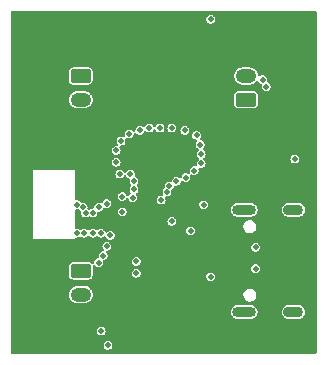
<source format=gbr>
%TF.GenerationSoftware,KiCad,Pcbnew,(6.0.4)*%
%TF.CreationDate,2023-01-28T19:19:13+00:00*%
%TF.ProjectId,PrettySmallRobot,50726574-7479-4536-9d61-6c6c526f626f,rev?*%
%TF.SameCoordinates,Original*%
%TF.FileFunction,Copper,L3,Inr*%
%TF.FilePolarity,Positive*%
%FSLAX46Y46*%
G04 Gerber Fmt 4.6, Leading zero omitted, Abs format (unit mm)*
G04 Created by KiCad (PCBNEW (6.0.4)) date 2023-01-28 19:19:13*
%MOMM*%
%LPD*%
G01*
G04 APERTURE LIST*
G04 Aperture macros list*
%AMRoundRect*
0 Rectangle with rounded corners*
0 $1 Rounding radius*
0 $2 $3 $4 $5 $6 $7 $8 $9 X,Y pos of 4 corners*
0 Add a 4 corners polygon primitive as box body*
4,1,4,$2,$3,$4,$5,$6,$7,$8,$9,$2,$3,0*
0 Add four circle primitives for the rounded corners*
1,1,$1+$1,$2,$3*
1,1,$1+$1,$4,$5*
1,1,$1+$1,$6,$7*
1,1,$1+$1,$8,$9*
0 Add four rect primitives between the rounded corners*
20,1,$1+$1,$2,$3,$4,$5,0*
20,1,$1+$1,$4,$5,$6,$7,0*
20,1,$1+$1,$6,$7,$8,$9,0*
20,1,$1+$1,$8,$9,$2,$3,0*%
G04 Aperture macros list end*
%TA.AperFunction,ComponentPad*%
%ADD10O,2.000000X0.900000*%
%TD*%
%TA.AperFunction,ComponentPad*%
%ADD11O,1.700000X0.900000*%
%TD*%
%TA.AperFunction,ComponentPad*%
%ADD12RoundRect,0.250000X-0.625000X0.350000X-0.625000X-0.350000X0.625000X-0.350000X0.625000X0.350000X0*%
%TD*%
%TA.AperFunction,ComponentPad*%
%ADD13O,1.750000X1.200000*%
%TD*%
%TA.AperFunction,ComponentPad*%
%ADD14RoundRect,0.250000X0.625000X-0.350000X0.625000X0.350000X-0.625000X0.350000X-0.625000X-0.350000X0*%
%TD*%
%TA.AperFunction,ViaPad*%
%ADD15C,0.460000*%
%TD*%
G04 APERTURE END LIST*
D10*
%TO.N,GND*%
%TO.C,J1*%
X190830000Y-122977503D03*
X190830000Y-114327503D03*
D11*
X195000000Y-122977503D03*
X195000000Y-114327503D03*
%TD*%
D12*
%TO.N,/MOTORA_OUT1*%
%TO.C,J9*%
X177000000Y-119500000D03*
D13*
%TO.N,/MOTORA_OUT2*%
X177000000Y-121500000D03*
%TD*%
D12*
%TO.N,+BATT*%
%TO.C,J10*%
X177000000Y-103000000D03*
D13*
%TO.N,GND*%
X177000000Y-105000000D03*
%TD*%
D14*
%TO.N,/MOTORB_OUT1*%
%TO.C,J8*%
X191000000Y-105000000D03*
D13*
%TO.N,/MOTORB_OUT2*%
X191000000Y-103000000D03*
%TD*%
D15*
%TO.N,GND*%
X192400000Y-103300000D03*
X192700000Y-103900000D03*
%TO.N,/VDDA*%
X181400000Y-113300000D03*
%TO.N,+3V3*%
X172400000Y-123200000D03*
%TO.N,/MOTORA_IN2*%
X178500000Y-118800000D03*
%TO.N,/MOTORA_IN1*%
X178900000Y-118200000D03*
%TO.N,GND*%
X181700000Y-118700000D03*
X184700000Y-115300000D03*
X186300000Y-116100000D03*
X181700000Y-119700000D03*
%TO.N,+3V3*%
X187400000Y-121800000D03*
%TO.N,/VDDA*%
X183800000Y-113500000D03*
%TO.N,+3V3*%
X188100000Y-118500000D03*
X188100000Y-119100000D03*
%TO.N,Net-(J1-PadA5)*%
X191800000Y-119300000D03*
%TO.N,Net-(J1-PadB5)*%
X191800000Y-117500000D03*
%TO.N,+3V3*%
X183200000Y-122100000D03*
X185600000Y-112300000D03*
X185100000Y-112900000D03*
%TO.N,/BOOT*%
X179200000Y-117400000D03*
X187400000Y-113900000D03*
%TO.N,/~{RESET}*%
X180500000Y-113200000D03*
X195116733Y-110029643D03*
%TO.N,+3V3*%
X193100000Y-111800000D03*
%TO.N,/MOTORB_IN1*%
X178725265Y-124590366D03*
%TO.N,/MOTORB_IN2*%
X179300000Y-125800000D03*
%TO.N,+3V3*%
X194400000Y-102000000D03*
X186584294Y-103549480D03*
X187633289Y-104232317D03*
X188700000Y-103544532D03*
%TO.N,+BATT*%
X188000000Y-98200000D03*
%TO.N,GND*%
X184300000Y-112800000D03*
X184500000Y-112300000D03*
X185100000Y-111900000D03*
X185900000Y-111600000D03*
X186600000Y-111000000D03*
X187200000Y-110400000D03*
X187200000Y-109600000D03*
X187100000Y-108800000D03*
X186800000Y-108000000D03*
X185800000Y-107600000D03*
X184700000Y-107400000D03*
X183700000Y-107400000D03*
X182800000Y-107400000D03*
X182000000Y-107600000D03*
X181100000Y-107900000D03*
X180400000Y-108500000D03*
X180000000Y-109300000D03*
X180000000Y-110300000D03*
X180300000Y-111300000D03*
X181200000Y-111300000D03*
X181500000Y-111900000D03*
X181500000Y-112600000D03*
X178700000Y-116300000D03*
X178000000Y-116300000D03*
X177300000Y-116300000D03*
X176700000Y-116300000D03*
X178500000Y-114100000D03*
X178000000Y-114600000D03*
X177400000Y-114600000D03*
X177200000Y-114100000D03*
X176700000Y-113900000D03*
X179200000Y-113800000D03*
%TO.N,/VDD_SPI*%
X188000000Y-120000000D03*
%TO.N,/VDDA*%
X180500000Y-114500000D03*
%TO.N,/VDD3P3*%
X179500000Y-116500000D03*
%TD*%
%TA.AperFunction,Conductor*%
%TO.N,+3V3*%
G36*
X196942121Y-97521002D02*
G01*
X196988614Y-97574658D01*
X197000000Y-97627000D01*
X197000000Y-126373000D01*
X196979998Y-126441121D01*
X196926342Y-126487614D01*
X196874000Y-126499000D01*
X171177000Y-126499000D01*
X171108879Y-126478998D01*
X171062386Y-126425342D01*
X171051000Y-126373000D01*
X171051000Y-125800000D01*
X178924882Y-125800000D01*
X178943242Y-125915918D01*
X178947743Y-125924752D01*
X178947744Y-125924755D01*
X178969229Y-125966921D01*
X178996523Y-126020489D01*
X179079511Y-126103477D01*
X179133079Y-126130771D01*
X179175245Y-126152256D01*
X179175248Y-126152257D01*
X179184082Y-126156758D01*
X179300000Y-126175118D01*
X179415918Y-126156758D01*
X179424752Y-126152257D01*
X179424755Y-126152256D01*
X179466921Y-126130771D01*
X179520489Y-126103477D01*
X179603477Y-126020489D01*
X179630771Y-125966921D01*
X179652256Y-125924755D01*
X179652257Y-125924752D01*
X179656758Y-125915918D01*
X179675118Y-125800000D01*
X179656758Y-125684082D01*
X179652257Y-125675248D01*
X179652256Y-125675245D01*
X179630771Y-125633079D01*
X179603477Y-125579511D01*
X179520489Y-125496523D01*
X179466921Y-125469229D01*
X179424755Y-125447744D01*
X179424752Y-125447743D01*
X179415918Y-125443242D01*
X179300000Y-125424882D01*
X179184082Y-125443242D01*
X179175248Y-125447743D01*
X179175245Y-125447744D01*
X179133079Y-125469229D01*
X179079511Y-125496523D01*
X178996523Y-125579511D01*
X178969229Y-125633079D01*
X178947744Y-125675245D01*
X178947743Y-125675248D01*
X178943242Y-125684082D01*
X178924882Y-125800000D01*
X171051000Y-125800000D01*
X171051000Y-124590366D01*
X178350147Y-124590366D01*
X178368507Y-124706284D01*
X178373008Y-124715118D01*
X178373009Y-124715121D01*
X178394494Y-124757287D01*
X178421788Y-124810855D01*
X178504776Y-124893843D01*
X178558344Y-124921137D01*
X178600510Y-124942622D01*
X178600513Y-124942623D01*
X178609347Y-124947124D01*
X178725265Y-124965484D01*
X178841183Y-124947124D01*
X178850017Y-124942623D01*
X178850020Y-124942622D01*
X178892186Y-124921137D01*
X178945754Y-124893843D01*
X179028742Y-124810855D01*
X179056036Y-124757287D01*
X179077521Y-124715121D01*
X179077522Y-124715118D01*
X179082023Y-124706284D01*
X179100383Y-124590366D01*
X179082023Y-124474448D01*
X179077522Y-124465614D01*
X179077521Y-124465611D01*
X179056036Y-124423445D01*
X179028742Y-124369877D01*
X178945754Y-124286889D01*
X178892186Y-124259595D01*
X178850020Y-124238110D01*
X178850017Y-124238109D01*
X178841183Y-124233608D01*
X178725265Y-124215248D01*
X178609347Y-124233608D01*
X178600513Y-124238109D01*
X178600510Y-124238110D01*
X178558344Y-124259595D01*
X178504776Y-124286889D01*
X178421788Y-124369877D01*
X178394494Y-124423445D01*
X178373009Y-124465611D01*
X178373008Y-124465614D01*
X178368507Y-124474448D01*
X178350147Y-124590366D01*
X171051000Y-124590366D01*
X171051000Y-122977503D01*
X189697517Y-122977503D01*
X189717365Y-123128261D01*
X189775555Y-123268744D01*
X189868122Y-123389381D01*
X189988759Y-123481948D01*
X190129242Y-123540138D01*
X190242151Y-123555003D01*
X191417849Y-123555003D01*
X191530758Y-123540138D01*
X191671241Y-123481948D01*
X191791878Y-123389381D01*
X191884445Y-123268745D01*
X191942635Y-123128261D01*
X191962483Y-122977503D01*
X194017517Y-122977503D01*
X194037365Y-123128261D01*
X194095555Y-123268744D01*
X194188122Y-123389381D01*
X194308759Y-123481948D01*
X194449242Y-123540138D01*
X194562151Y-123555003D01*
X195437849Y-123555003D01*
X195550758Y-123540138D01*
X195691241Y-123481948D01*
X195811878Y-123389381D01*
X195904445Y-123268745D01*
X195962635Y-123128261D01*
X195982483Y-122977503D01*
X195962635Y-122826745D01*
X195904445Y-122686262D01*
X195811878Y-122565625D01*
X195691241Y-122473058D01*
X195550758Y-122414868D01*
X195437849Y-122400003D01*
X194562151Y-122400003D01*
X194449242Y-122414868D01*
X194308759Y-122473058D01*
X194188122Y-122565625D01*
X194095555Y-122686261D01*
X194037365Y-122826745D01*
X194017517Y-122977503D01*
X191962483Y-122977503D01*
X191942635Y-122826745D01*
X191884445Y-122686262D01*
X191791878Y-122565625D01*
X191671241Y-122473058D01*
X191530758Y-122414868D01*
X191417849Y-122400003D01*
X190242151Y-122400003D01*
X190129242Y-122414868D01*
X189988759Y-122473058D01*
X189868122Y-122565625D01*
X189775555Y-122686261D01*
X189717365Y-122826745D01*
X189697517Y-122977503D01*
X171051000Y-122977503D01*
X171051000Y-121539610D01*
X175993619Y-121539610D01*
X175994859Y-121546826D01*
X175994859Y-121546828D01*
X176001558Y-121585812D01*
X176022348Y-121706802D01*
X176088768Y-121862900D01*
X176093101Y-121868788D01*
X176093104Y-121868793D01*
X176184976Y-121993633D01*
X176184980Y-121993637D01*
X176189318Y-121999532D01*
X176318603Y-122109367D01*
X176469687Y-122186515D01*
X176476797Y-122188255D01*
X176476800Y-122188256D01*
X176558706Y-122208298D01*
X176634468Y-122226837D01*
X176641815Y-122227293D01*
X176643215Y-122227380D01*
X176643228Y-122227380D01*
X176645156Y-122227500D01*
X177317483Y-122227500D01*
X177384435Y-122219694D01*
X177436231Y-122213656D01*
X177436234Y-122213655D01*
X177443501Y-122212808D01*
X177450376Y-122210312D01*
X177450378Y-122210312D01*
X177596086Y-122157422D01*
X177596087Y-122157422D01*
X177602962Y-122154926D01*
X177744832Y-122061912D01*
X177861498Y-121938757D01*
X177946703Y-121792065D01*
X177964624Y-121732897D01*
X177993755Y-121636712D01*
X177995877Y-121629706D01*
X177999122Y-121577394D01*
X190765420Y-121577394D01*
X190795233Y-121725246D01*
X190863707Y-121859635D01*
X190965799Y-121970659D01*
X191012367Y-121999532D01*
X191086687Y-122045613D01*
X191086690Y-122045614D01*
X191093986Y-122050138D01*
X191238825Y-122092218D01*
X191245803Y-122092730D01*
X191247208Y-122092834D01*
X191247219Y-122092834D01*
X191249515Y-122093003D01*
X191357785Y-122093003D01*
X191362030Y-122092421D01*
X191362037Y-122092421D01*
X191422522Y-122084135D01*
X191469432Y-122077709D01*
X191533145Y-122050138D01*
X191599971Y-122021220D01*
X191599973Y-122021219D01*
X191607855Y-122017808D01*
X191725070Y-121922889D01*
X191812442Y-121799945D01*
X191863533Y-121658035D01*
X191865614Y-121629706D01*
X191873951Y-121516175D01*
X191874580Y-121507612D01*
X191866533Y-121467701D01*
X191846464Y-121368178D01*
X191844767Y-121359760D01*
X191776293Y-121225371D01*
X191674201Y-121114347D01*
X191588553Y-121061243D01*
X191553313Y-121039393D01*
X191553310Y-121039392D01*
X191546014Y-121034868D01*
X191401175Y-120992788D01*
X191394197Y-120992276D01*
X191392792Y-120992172D01*
X191392781Y-120992172D01*
X191390485Y-120992003D01*
X191282215Y-120992003D01*
X191277970Y-120992585D01*
X191277963Y-120992585D01*
X191220420Y-121000468D01*
X191170568Y-121007297D01*
X191162684Y-121010709D01*
X191162683Y-121010709D01*
X191040029Y-121063786D01*
X191040027Y-121063787D01*
X191032145Y-121067198D01*
X190914930Y-121162117D01*
X190827558Y-121285061D01*
X190776467Y-121426971D01*
X190765420Y-121577394D01*
X177999122Y-121577394D01*
X178006381Y-121460390D01*
X177977652Y-121293198D01*
X177911232Y-121137100D01*
X177906899Y-121131212D01*
X177906896Y-121131207D01*
X177815024Y-121006367D01*
X177815020Y-121006363D01*
X177810682Y-121000468D01*
X177681397Y-120890633D01*
X177530313Y-120813485D01*
X177523203Y-120811745D01*
X177523200Y-120811744D01*
X177441294Y-120791702D01*
X177365532Y-120773163D01*
X177358185Y-120772707D01*
X177356785Y-120772620D01*
X177356772Y-120772620D01*
X177354844Y-120772500D01*
X176682517Y-120772500D01*
X176615565Y-120780306D01*
X176563769Y-120786344D01*
X176563766Y-120786345D01*
X176556499Y-120787192D01*
X176549624Y-120789688D01*
X176549622Y-120789688D01*
X176403914Y-120842578D01*
X176397038Y-120845074D01*
X176255168Y-120938088D01*
X176138502Y-121061243D01*
X176053297Y-121207935D01*
X176051176Y-121214939D01*
X176051174Y-121214943D01*
X176027473Y-121293198D01*
X176004123Y-121370294D01*
X175993619Y-121539610D01*
X171051000Y-121539610D01*
X171051000Y-116800000D01*
X172950000Y-116800000D01*
X176500000Y-116800000D01*
X176500000Y-116786453D01*
X176502879Y-116773217D01*
X176505072Y-116773694D01*
X176520002Y-116722847D01*
X176573658Y-116676354D01*
X176645711Y-116666519D01*
X176700000Y-116675118D01*
X176815918Y-116656758D01*
X176824752Y-116652257D01*
X176824755Y-116652256D01*
X176911649Y-116607981D01*
X176920489Y-116603477D01*
X176926604Y-116597362D01*
X176992805Y-116573741D01*
X177061957Y-116589820D01*
X177072862Y-116596828D01*
X177079511Y-116603477D01*
X177088351Y-116607981D01*
X177175245Y-116652256D01*
X177175248Y-116652257D01*
X177184082Y-116656758D01*
X177300000Y-116675118D01*
X177415918Y-116656758D01*
X177424752Y-116652257D01*
X177424755Y-116652256D01*
X177478728Y-116624755D01*
X177520489Y-116603477D01*
X177560905Y-116563061D01*
X177623217Y-116529035D01*
X177694032Y-116534100D01*
X177739095Y-116563061D01*
X177779511Y-116603477D01*
X177821272Y-116624755D01*
X177875245Y-116652256D01*
X177875248Y-116652257D01*
X177884082Y-116656758D01*
X178000000Y-116675118D01*
X178115918Y-116656758D01*
X178124752Y-116652257D01*
X178124755Y-116652256D01*
X178178728Y-116624755D01*
X178220489Y-116603477D01*
X178260905Y-116563061D01*
X178323217Y-116529035D01*
X178394032Y-116534100D01*
X178439095Y-116563061D01*
X178479511Y-116603477D01*
X178521272Y-116624755D01*
X178575245Y-116652256D01*
X178575248Y-116652257D01*
X178584082Y-116656758D01*
X178700000Y-116675118D01*
X178815918Y-116656758D01*
X178824752Y-116652257D01*
X178824755Y-116652256D01*
X178878728Y-116624755D01*
X178920489Y-116603477D01*
X178941404Y-116582562D01*
X179003716Y-116548536D01*
X179074531Y-116553601D01*
X179131367Y-116596148D01*
X179141962Y-116616570D01*
X179143242Y-116615918D01*
X179196523Y-116720489D01*
X179279511Y-116803477D01*
X179279300Y-116803688D01*
X179318650Y-116854718D01*
X179324727Y-116925454D01*
X179291596Y-116988246D01*
X179229776Y-117023158D01*
X179206198Y-117025864D01*
X179200000Y-117024882D01*
X179084082Y-117043242D01*
X179075248Y-117047743D01*
X179075245Y-117047744D01*
X179033079Y-117069229D01*
X178979511Y-117096523D01*
X178896523Y-117179511D01*
X178884280Y-117203540D01*
X178847744Y-117275245D01*
X178847743Y-117275248D01*
X178843242Y-117284082D01*
X178824882Y-117400000D01*
X178843242Y-117515918D01*
X178847743Y-117524752D01*
X178847744Y-117524755D01*
X178869229Y-117566921D01*
X178896523Y-117620489D01*
X178903540Y-117627506D01*
X178909364Y-117635522D01*
X178906718Y-117637444D01*
X178932612Y-117684864D01*
X178927547Y-117755679D01*
X178885000Y-117812515D01*
X178829202Y-117836096D01*
X178784082Y-117843242D01*
X178775248Y-117847743D01*
X178775245Y-117847744D01*
X178733079Y-117869229D01*
X178679511Y-117896523D01*
X178596523Y-117979511D01*
X178569229Y-118033079D01*
X178547744Y-118075245D01*
X178547743Y-118075248D01*
X178543242Y-118084082D01*
X178524882Y-118200000D01*
X178526433Y-118209792D01*
X178539309Y-118291085D01*
X178530210Y-118361496D01*
X178484488Y-118415810D01*
X178434572Y-118435245D01*
X178384082Y-118443242D01*
X178375248Y-118447743D01*
X178375245Y-118447744D01*
X178333079Y-118469229D01*
X178279511Y-118496523D01*
X178196523Y-118579511D01*
X178189204Y-118593876D01*
X178147744Y-118675245D01*
X178147743Y-118675248D01*
X178143242Y-118684082D01*
X178124882Y-118800000D01*
X178126433Y-118809792D01*
X178126433Y-118813305D01*
X178106431Y-118881426D01*
X178052775Y-118927919D01*
X177982501Y-118938023D01*
X177917921Y-118908529D01*
X177911415Y-118902478D01*
X177854616Y-118845778D01*
X177854615Y-118845778D01*
X177847247Y-118838422D01*
X177779755Y-118805431D01*
X177743124Y-118787525D01*
X177743123Y-118787525D01*
X177734339Y-118783231D01*
X177724664Y-118781820D01*
X177724662Y-118781819D01*
X177665307Y-118773160D01*
X177665303Y-118773160D01*
X177660781Y-118772500D01*
X177002520Y-118772500D01*
X176339220Y-118772501D01*
X176265021Y-118783422D01*
X176251200Y-118790208D01*
X176161558Y-118834220D01*
X176161557Y-118834221D01*
X176152210Y-118838810D01*
X176063422Y-118927753D01*
X176058850Y-118937107D01*
X176020266Y-119016041D01*
X176008231Y-119040661D01*
X176006820Y-119050336D01*
X176006819Y-119050338D01*
X176000091Y-119096460D01*
X175997500Y-119114219D01*
X175997501Y-119885780D01*
X176008422Y-119959979D01*
X176028072Y-120000000D01*
X176058951Y-120062893D01*
X176063810Y-120072790D01*
X176152753Y-120161578D01*
X176220245Y-120194569D01*
X176256439Y-120212261D01*
X176265661Y-120216769D01*
X176275336Y-120218180D01*
X176275338Y-120218181D01*
X176334693Y-120226840D01*
X176334697Y-120226840D01*
X176339219Y-120227500D01*
X176997480Y-120227500D01*
X177660780Y-120227499D01*
X177734979Y-120216578D01*
X177837688Y-120166150D01*
X177838442Y-120165780D01*
X177838443Y-120165779D01*
X177847790Y-120161190D01*
X177936578Y-120072247D01*
X177991769Y-119959339D01*
X177997437Y-119920489D01*
X178001840Y-119890307D01*
X178001840Y-119890303D01*
X178002500Y-119885781D01*
X178002500Y-119700000D01*
X181324882Y-119700000D01*
X181343242Y-119815918D01*
X181347743Y-119824752D01*
X181347744Y-119824755D01*
X181369229Y-119866921D01*
X181396523Y-119920489D01*
X181479511Y-120003477D01*
X181533079Y-120030771D01*
X181575245Y-120052256D01*
X181575248Y-120052257D01*
X181584082Y-120056758D01*
X181700000Y-120075118D01*
X181815918Y-120056758D01*
X181824752Y-120052257D01*
X181824755Y-120052256D01*
X181866921Y-120030771D01*
X181920489Y-120003477D01*
X181923966Y-120000000D01*
X187624882Y-120000000D01*
X187643242Y-120115918D01*
X187647743Y-120124752D01*
X187647744Y-120124755D01*
X187666309Y-120161190D01*
X187696523Y-120220489D01*
X187779511Y-120303477D01*
X187833079Y-120330771D01*
X187875245Y-120352256D01*
X187875248Y-120352257D01*
X187884082Y-120356758D01*
X188000000Y-120375118D01*
X188115918Y-120356758D01*
X188124752Y-120352257D01*
X188124755Y-120352256D01*
X188166921Y-120330771D01*
X188220489Y-120303477D01*
X188303477Y-120220489D01*
X188333691Y-120161190D01*
X188352256Y-120124755D01*
X188352257Y-120124752D01*
X188356758Y-120115918D01*
X188375118Y-120000000D01*
X188356758Y-119884082D01*
X188352257Y-119875248D01*
X188352256Y-119875245D01*
X188322027Y-119815918D01*
X188303477Y-119779511D01*
X188220489Y-119696523D01*
X188166921Y-119669229D01*
X188124755Y-119647744D01*
X188124752Y-119647743D01*
X188115918Y-119643242D01*
X188000000Y-119624882D01*
X187884082Y-119643242D01*
X187875248Y-119647743D01*
X187875245Y-119647744D01*
X187833079Y-119669229D01*
X187779511Y-119696523D01*
X187696523Y-119779511D01*
X187677973Y-119815918D01*
X187647744Y-119875245D01*
X187647743Y-119875248D01*
X187643242Y-119884082D01*
X187624882Y-120000000D01*
X181923966Y-120000000D01*
X182003477Y-119920489D01*
X182030771Y-119866921D01*
X182052256Y-119824755D01*
X182052257Y-119824752D01*
X182056758Y-119815918D01*
X182075118Y-119700000D01*
X182056758Y-119584082D01*
X182052257Y-119575248D01*
X182052256Y-119575245D01*
X182019851Y-119511648D01*
X182003477Y-119479511D01*
X181920489Y-119396523D01*
X181866921Y-119369229D01*
X181824755Y-119347744D01*
X181824752Y-119347743D01*
X181815918Y-119343242D01*
X181700000Y-119324882D01*
X181584082Y-119343242D01*
X181575248Y-119347743D01*
X181575245Y-119347744D01*
X181533079Y-119369229D01*
X181479511Y-119396523D01*
X181396523Y-119479511D01*
X181380149Y-119511648D01*
X181347744Y-119575245D01*
X181347743Y-119575248D01*
X181343242Y-119584082D01*
X181324882Y-119700000D01*
X178002500Y-119700000D01*
X178002499Y-119300000D01*
X191424882Y-119300000D01*
X191443242Y-119415918D01*
X191447743Y-119424752D01*
X191447744Y-119424755D01*
X191469229Y-119466921D01*
X191496523Y-119520489D01*
X191579511Y-119603477D01*
X191621521Y-119624882D01*
X191675245Y-119652256D01*
X191675248Y-119652257D01*
X191684082Y-119656758D01*
X191800000Y-119675118D01*
X191915918Y-119656758D01*
X191924752Y-119652257D01*
X191924755Y-119652256D01*
X191978479Y-119624882D01*
X192020489Y-119603477D01*
X192103477Y-119520489D01*
X192130771Y-119466921D01*
X192152256Y-119424755D01*
X192152257Y-119424752D01*
X192156758Y-119415918D01*
X192175118Y-119300000D01*
X192156758Y-119184082D01*
X192152257Y-119175248D01*
X192152256Y-119175245D01*
X192115688Y-119103477D01*
X192103477Y-119079511D01*
X192020489Y-118996523D01*
X191966921Y-118969229D01*
X191924755Y-118947744D01*
X191924752Y-118947743D01*
X191915918Y-118943242D01*
X191800000Y-118924882D01*
X191684082Y-118943242D01*
X191675248Y-118947743D01*
X191675245Y-118947744D01*
X191633079Y-118969229D01*
X191579511Y-118996523D01*
X191496523Y-119079511D01*
X191484312Y-119103477D01*
X191447744Y-119175245D01*
X191447743Y-119175248D01*
X191443242Y-119184082D01*
X191424882Y-119300000D01*
X178002499Y-119300000D01*
X178002499Y-119130655D01*
X178022501Y-119062534D01*
X178076157Y-119016041D01*
X178146431Y-119005937D01*
X178211011Y-119035430D01*
X178217594Y-119041560D01*
X178279511Y-119103477D01*
X178309569Y-119118792D01*
X178375245Y-119152256D01*
X178375248Y-119152257D01*
X178384082Y-119156758D01*
X178500000Y-119175118D01*
X178615918Y-119156758D01*
X178624752Y-119152257D01*
X178624755Y-119152256D01*
X178690431Y-119118792D01*
X178720489Y-119103477D01*
X178803477Y-119020489D01*
X178842836Y-118943242D01*
X178852256Y-118924755D01*
X178852257Y-118924752D01*
X178856758Y-118915918D01*
X178875118Y-118800000D01*
X178860691Y-118708914D01*
X178861843Y-118700000D01*
X181324882Y-118700000D01*
X181343242Y-118815918D01*
X181347743Y-118824752D01*
X181347744Y-118824755D01*
X181352567Y-118834220D01*
X181396523Y-118920489D01*
X181479511Y-119003477D01*
X181526671Y-119027506D01*
X181575245Y-119052256D01*
X181575248Y-119052257D01*
X181584082Y-119056758D01*
X181700000Y-119075118D01*
X181815918Y-119056758D01*
X181824752Y-119052257D01*
X181824755Y-119052256D01*
X181873329Y-119027506D01*
X181920489Y-119003477D01*
X182003477Y-118920489D01*
X182047433Y-118834220D01*
X182052256Y-118824755D01*
X182052257Y-118824752D01*
X182056758Y-118815918D01*
X182075118Y-118700000D01*
X182056758Y-118584082D01*
X182052257Y-118575248D01*
X182052256Y-118575245D01*
X182015688Y-118503477D01*
X182003477Y-118479511D01*
X181920489Y-118396523D01*
X181851744Y-118361496D01*
X181824755Y-118347744D01*
X181824752Y-118347743D01*
X181815918Y-118343242D01*
X181700000Y-118324882D01*
X181584082Y-118343242D01*
X181575248Y-118347743D01*
X181575245Y-118347744D01*
X181548256Y-118361496D01*
X181479511Y-118396523D01*
X181396523Y-118479511D01*
X181384312Y-118503477D01*
X181347744Y-118575245D01*
X181347743Y-118575248D01*
X181343242Y-118584082D01*
X181324882Y-118700000D01*
X178861843Y-118700000D01*
X178869790Y-118638504D01*
X178915512Y-118584190D01*
X178965428Y-118564755D01*
X179015918Y-118556758D01*
X179024752Y-118552257D01*
X179024755Y-118552256D01*
X179066921Y-118530771D01*
X179120489Y-118503477D01*
X179203477Y-118420489D01*
X179242836Y-118343242D01*
X179252256Y-118324755D01*
X179252257Y-118324752D01*
X179256758Y-118315918D01*
X179275118Y-118200000D01*
X179256758Y-118084082D01*
X179252257Y-118075248D01*
X179252256Y-118075245D01*
X179230771Y-118033079D01*
X179203477Y-117979511D01*
X179196459Y-117972493D01*
X179190636Y-117964478D01*
X179193282Y-117962556D01*
X179167388Y-117915136D01*
X179172453Y-117844321D01*
X179215000Y-117787485D01*
X179270798Y-117763904D01*
X179315918Y-117756758D01*
X179324752Y-117752257D01*
X179324755Y-117752256D01*
X179373329Y-117727506D01*
X179420489Y-117703477D01*
X179503477Y-117620489D01*
X179530771Y-117566921D01*
X179552256Y-117524755D01*
X179552257Y-117524752D01*
X179556758Y-117515918D01*
X179559279Y-117500000D01*
X191424882Y-117500000D01*
X191443242Y-117615918D01*
X191447743Y-117624752D01*
X191447744Y-117624755D01*
X191469229Y-117666921D01*
X191496523Y-117720489D01*
X191579511Y-117803477D01*
X191621521Y-117824882D01*
X191675245Y-117852256D01*
X191675248Y-117852257D01*
X191684082Y-117856758D01*
X191800000Y-117875118D01*
X191915918Y-117856758D01*
X191924752Y-117852257D01*
X191924755Y-117852256D01*
X191978479Y-117824882D01*
X192020489Y-117803477D01*
X192103477Y-117720489D01*
X192130771Y-117666921D01*
X192152256Y-117624755D01*
X192152257Y-117624752D01*
X192156758Y-117615918D01*
X192175118Y-117500000D01*
X192156758Y-117384082D01*
X192152257Y-117375248D01*
X192152256Y-117375245D01*
X192110796Y-117293876D01*
X192103477Y-117279511D01*
X192020489Y-117196523D01*
X191966921Y-117169229D01*
X191924755Y-117147744D01*
X191924752Y-117147743D01*
X191915918Y-117143242D01*
X191800000Y-117124882D01*
X191684082Y-117143242D01*
X191675248Y-117147743D01*
X191675245Y-117147744D01*
X191633079Y-117169229D01*
X191579511Y-117196523D01*
X191496523Y-117279511D01*
X191489204Y-117293876D01*
X191447744Y-117375245D01*
X191447743Y-117375248D01*
X191443242Y-117384082D01*
X191424882Y-117500000D01*
X179559279Y-117500000D01*
X179575118Y-117400000D01*
X179556758Y-117284082D01*
X179552257Y-117275248D01*
X179552256Y-117275245D01*
X179515720Y-117203540D01*
X179503477Y-117179511D01*
X179420489Y-117096523D01*
X179420700Y-117096312D01*
X179381350Y-117045282D01*
X179375273Y-116974546D01*
X179408404Y-116911754D01*
X179470224Y-116876842D01*
X179493802Y-116874136D01*
X179500000Y-116875118D01*
X179615918Y-116856758D01*
X179624752Y-116852257D01*
X179624755Y-116852256D01*
X179666921Y-116830771D01*
X179720489Y-116803477D01*
X179803477Y-116720489D01*
X179838243Y-116652256D01*
X179852256Y-116624755D01*
X179852257Y-116624752D01*
X179856758Y-116615918D01*
X179875118Y-116500000D01*
X179856758Y-116384082D01*
X179852257Y-116375248D01*
X179852256Y-116375245D01*
X179820542Y-116313003D01*
X179803477Y-116279511D01*
X179720489Y-116196523D01*
X179666921Y-116169229D01*
X179624755Y-116147744D01*
X179624752Y-116147743D01*
X179615918Y-116143242D01*
X179500000Y-116124882D01*
X179384082Y-116143242D01*
X179375248Y-116147743D01*
X179375245Y-116147744D01*
X179333079Y-116169229D01*
X179279511Y-116196523D01*
X179258596Y-116217438D01*
X179196284Y-116251464D01*
X179125469Y-116246399D01*
X179068633Y-116203852D01*
X179058038Y-116183430D01*
X179056758Y-116184082D01*
X179013917Y-116100000D01*
X185924882Y-116100000D01*
X185943242Y-116215918D01*
X185947743Y-116224752D01*
X185947744Y-116224755D01*
X185961353Y-116251464D01*
X185996523Y-116320489D01*
X186079511Y-116403477D01*
X186133079Y-116430771D01*
X186175245Y-116452256D01*
X186175248Y-116452257D01*
X186184082Y-116456758D01*
X186300000Y-116475118D01*
X186415918Y-116456758D01*
X186424752Y-116452257D01*
X186424755Y-116452256D01*
X186466921Y-116430771D01*
X186520489Y-116403477D01*
X186603477Y-116320489D01*
X186638647Y-116251464D01*
X186652256Y-116224755D01*
X186652257Y-116224752D01*
X186656758Y-116215918D01*
X186675118Y-116100000D01*
X186656758Y-115984082D01*
X186652257Y-115975248D01*
X186652256Y-115975245D01*
X186626340Y-115924382D01*
X186603477Y-115879511D01*
X186521360Y-115797394D01*
X190765420Y-115797394D01*
X190767117Y-115805809D01*
X190767117Y-115805812D01*
X190779954Y-115869472D01*
X190795233Y-115945246D01*
X190863707Y-116079635D01*
X190965799Y-116190659D01*
X191029893Y-116230399D01*
X191086687Y-116265613D01*
X191086690Y-116265614D01*
X191093986Y-116270138D01*
X191238825Y-116312218D01*
X191245803Y-116312730D01*
X191247208Y-116312834D01*
X191247219Y-116312834D01*
X191249515Y-116313003D01*
X191357785Y-116313003D01*
X191362030Y-116312421D01*
X191362037Y-116312421D01*
X191422522Y-116304135D01*
X191469432Y-116297709D01*
X191491055Y-116288352D01*
X191599971Y-116241220D01*
X191599973Y-116241219D01*
X191607855Y-116237808D01*
X191725070Y-116142889D01*
X191812442Y-116019945D01*
X191863533Y-115878035D01*
X191874580Y-115727612D01*
X191844767Y-115579760D01*
X191776293Y-115445371D01*
X191674201Y-115334347D01*
X191592654Y-115283786D01*
X191553313Y-115259393D01*
X191553310Y-115259392D01*
X191546014Y-115254868D01*
X191401175Y-115212788D01*
X191394197Y-115212276D01*
X191392792Y-115212172D01*
X191392781Y-115212172D01*
X191390485Y-115212003D01*
X191282215Y-115212003D01*
X191277970Y-115212585D01*
X191277963Y-115212585D01*
X191217478Y-115220871D01*
X191170568Y-115227297D01*
X191162684Y-115230709D01*
X191162683Y-115230709D01*
X191040029Y-115283786D01*
X191040027Y-115283787D01*
X191032145Y-115287198D01*
X190914930Y-115382117D01*
X190827558Y-115505061D01*
X190776467Y-115646971D01*
X190765420Y-115797394D01*
X186521360Y-115797394D01*
X186520489Y-115796523D01*
X186466921Y-115769229D01*
X186424755Y-115747744D01*
X186424752Y-115747743D01*
X186415918Y-115743242D01*
X186300000Y-115724882D01*
X186184082Y-115743242D01*
X186175248Y-115747743D01*
X186175245Y-115747744D01*
X186133079Y-115769229D01*
X186079511Y-115796523D01*
X185996523Y-115879511D01*
X185973660Y-115924382D01*
X185947744Y-115975245D01*
X185947743Y-115975248D01*
X185943242Y-115984082D01*
X185924882Y-116100000D01*
X179013917Y-116100000D01*
X179003477Y-116079511D01*
X178920489Y-115996523D01*
X178866921Y-115969229D01*
X178824755Y-115947744D01*
X178824752Y-115947743D01*
X178815918Y-115943242D01*
X178700000Y-115924882D01*
X178584082Y-115943242D01*
X178575248Y-115947743D01*
X178575245Y-115947744D01*
X178533079Y-115969229D01*
X178479511Y-115996523D01*
X178439095Y-116036939D01*
X178376783Y-116070965D01*
X178305968Y-116065900D01*
X178260905Y-116036939D01*
X178220489Y-115996523D01*
X178166921Y-115969229D01*
X178124755Y-115947744D01*
X178124752Y-115947743D01*
X178115918Y-115943242D01*
X178000000Y-115924882D01*
X177884082Y-115943242D01*
X177875248Y-115947743D01*
X177875245Y-115947744D01*
X177833079Y-115969229D01*
X177779511Y-115996523D01*
X177739095Y-116036939D01*
X177676783Y-116070965D01*
X177605968Y-116065900D01*
X177560905Y-116036939D01*
X177520489Y-115996523D01*
X177466921Y-115969229D01*
X177424755Y-115947744D01*
X177424752Y-115947743D01*
X177415918Y-115943242D01*
X177300000Y-115924882D01*
X177184082Y-115943242D01*
X177175248Y-115947743D01*
X177175245Y-115947744D01*
X177121272Y-115975245D01*
X177079511Y-115996523D01*
X177073396Y-116002638D01*
X177007195Y-116026259D01*
X176938043Y-116010180D01*
X176927138Y-116003172D01*
X176920489Y-115996523D01*
X176878728Y-115975245D01*
X176824755Y-115947744D01*
X176824752Y-115947743D01*
X176815918Y-115943242D01*
X176700000Y-115924882D01*
X176645710Y-115933481D01*
X176575301Y-115924382D01*
X176520986Y-115878660D01*
X176500000Y-115809032D01*
X176500000Y-115300000D01*
X184324882Y-115300000D01*
X184343242Y-115415918D01*
X184347743Y-115424752D01*
X184347744Y-115424755D01*
X184358249Y-115445371D01*
X184396523Y-115520489D01*
X184479511Y-115603477D01*
X184533079Y-115630771D01*
X184575245Y-115652256D01*
X184575248Y-115652257D01*
X184584082Y-115656758D01*
X184700000Y-115675118D01*
X184815918Y-115656758D01*
X184824752Y-115652257D01*
X184824755Y-115652256D01*
X184866921Y-115630771D01*
X184920489Y-115603477D01*
X185003477Y-115520489D01*
X185041751Y-115445371D01*
X185052256Y-115424755D01*
X185052257Y-115424752D01*
X185056758Y-115415918D01*
X185075118Y-115300000D01*
X185056758Y-115184082D01*
X185052257Y-115175248D01*
X185052256Y-115175245D01*
X185030771Y-115133079D01*
X185003477Y-115079511D01*
X184920489Y-114996523D01*
X184866921Y-114969229D01*
X184824755Y-114947744D01*
X184824752Y-114947743D01*
X184815918Y-114943242D01*
X184700000Y-114924882D01*
X184584082Y-114943242D01*
X184575248Y-114947743D01*
X184575245Y-114947744D01*
X184533079Y-114969229D01*
X184479511Y-114996523D01*
X184396523Y-115079511D01*
X184369229Y-115133079D01*
X184347744Y-115175245D01*
X184347743Y-115175248D01*
X184343242Y-115184082D01*
X184324882Y-115300000D01*
X176500000Y-115300000D01*
X176500000Y-114390968D01*
X176520002Y-114322847D01*
X176573658Y-114276354D01*
X176645711Y-114266519D01*
X176700000Y-114275118D01*
X176772138Y-114263692D01*
X176842547Y-114272791D01*
X176892890Y-114313359D01*
X176896523Y-114320489D01*
X176979511Y-114403477D01*
X176986590Y-114407084D01*
X177029275Y-114462441D01*
X177036308Y-114527862D01*
X177024882Y-114600000D01*
X177043242Y-114715918D01*
X177047743Y-114724752D01*
X177047744Y-114724755D01*
X177069229Y-114766921D01*
X177096523Y-114820489D01*
X177179511Y-114903477D01*
X177221521Y-114924882D01*
X177275245Y-114952256D01*
X177275248Y-114952257D01*
X177284082Y-114956758D01*
X177400000Y-114975118D01*
X177515918Y-114956758D01*
X177524752Y-114952257D01*
X177524755Y-114952256D01*
X177611649Y-114907981D01*
X177620489Y-114903477D01*
X177626604Y-114897362D01*
X177692805Y-114873741D01*
X177761957Y-114889820D01*
X177772862Y-114896828D01*
X177779511Y-114903477D01*
X177788351Y-114907981D01*
X177875245Y-114952256D01*
X177875248Y-114952257D01*
X177884082Y-114956758D01*
X178000000Y-114975118D01*
X178115918Y-114956758D01*
X178124752Y-114952257D01*
X178124755Y-114952256D01*
X178178479Y-114924882D01*
X178220489Y-114903477D01*
X178303477Y-114820489D01*
X178330771Y-114766921D01*
X178352256Y-114724755D01*
X178352257Y-114724752D01*
X178356758Y-114715918D01*
X178375118Y-114600000D01*
X178374530Y-114596287D01*
X178393569Y-114531446D01*
X178429860Y-114500000D01*
X180124882Y-114500000D01*
X180143242Y-114615918D01*
X180147743Y-114624752D01*
X180147744Y-114624755D01*
X180148020Y-114625296D01*
X180196523Y-114720489D01*
X180279511Y-114803477D01*
X180325519Y-114826919D01*
X180375245Y-114852256D01*
X180375248Y-114852257D01*
X180384082Y-114856758D01*
X180500000Y-114875118D01*
X180615918Y-114856758D01*
X180624752Y-114852257D01*
X180624755Y-114852256D01*
X180674481Y-114826919D01*
X180720489Y-114803477D01*
X180803477Y-114720489D01*
X180851980Y-114625296D01*
X180852256Y-114624755D01*
X180852257Y-114624752D01*
X180856758Y-114615918D01*
X180875118Y-114500000D01*
X180856758Y-114384082D01*
X180852257Y-114375248D01*
X180852256Y-114375245D01*
X180827930Y-114327503D01*
X189697517Y-114327503D01*
X189717365Y-114478261D01*
X189775555Y-114618744D01*
X189868122Y-114739381D01*
X189988759Y-114831948D01*
X190129242Y-114890138D01*
X190242151Y-114905003D01*
X191417849Y-114905003D01*
X191530758Y-114890138D01*
X191671241Y-114831948D01*
X191791878Y-114739381D01*
X191884445Y-114618745D01*
X191942635Y-114478261D01*
X191962483Y-114327503D01*
X194017517Y-114327503D01*
X194037365Y-114478261D01*
X194095555Y-114618744D01*
X194188122Y-114739381D01*
X194308759Y-114831948D01*
X194449242Y-114890138D01*
X194562151Y-114905003D01*
X195437849Y-114905003D01*
X195550758Y-114890138D01*
X195691241Y-114831948D01*
X195811878Y-114739381D01*
X195904445Y-114618745D01*
X195962635Y-114478261D01*
X195982483Y-114327503D01*
X195962635Y-114176745D01*
X195904445Y-114036262D01*
X195811878Y-113915625D01*
X195691241Y-113823058D01*
X195550758Y-113764868D01*
X195437849Y-113750003D01*
X194562151Y-113750003D01*
X194449242Y-113764868D01*
X194308759Y-113823058D01*
X194188122Y-113915625D01*
X194095555Y-114036261D01*
X194037365Y-114176745D01*
X194017517Y-114327503D01*
X191962483Y-114327503D01*
X191942635Y-114176745D01*
X191884445Y-114036262D01*
X191791878Y-113915625D01*
X191671241Y-113823058D01*
X191530758Y-113764868D01*
X191417849Y-113750003D01*
X190242151Y-113750003D01*
X190129242Y-113764868D01*
X189988759Y-113823058D01*
X189868122Y-113915625D01*
X189775555Y-114036261D01*
X189717365Y-114176745D01*
X189697517Y-114327503D01*
X180827930Y-114327503D01*
X180827296Y-114326259D01*
X180803477Y-114279511D01*
X180720489Y-114196523D01*
X180665596Y-114168554D01*
X180624755Y-114147744D01*
X180624752Y-114147743D01*
X180615918Y-114143242D01*
X180500000Y-114124882D01*
X180384082Y-114143242D01*
X180375248Y-114147743D01*
X180375245Y-114147744D01*
X180334404Y-114168554D01*
X180279511Y-114196523D01*
X180196523Y-114279511D01*
X180172704Y-114326259D01*
X180147744Y-114375245D01*
X180147743Y-114375248D01*
X180143242Y-114384082D01*
X180124882Y-114500000D01*
X178429860Y-114500000D01*
X178447225Y-114484953D01*
X178495624Y-114474425D01*
X178500000Y-114475118D01*
X178615918Y-114456758D01*
X178624752Y-114452257D01*
X178624755Y-114452256D01*
X178671627Y-114428373D01*
X178720489Y-114403477D01*
X178803477Y-114320489D01*
X178856758Y-114215918D01*
X178858309Y-114206124D01*
X178858551Y-114205380D01*
X178898624Y-114146774D01*
X178964021Y-114119137D01*
X179035586Y-114132048D01*
X179084082Y-114156758D01*
X179200000Y-114175118D01*
X179315918Y-114156758D01*
X179324752Y-114152257D01*
X179324755Y-114152256D01*
X179378479Y-114124882D01*
X179420489Y-114103477D01*
X179503477Y-114020489D01*
X179530771Y-113966921D01*
X179552256Y-113924755D01*
X179552257Y-113924752D01*
X179556758Y-113915918D01*
X179559279Y-113900000D01*
X187024882Y-113900000D01*
X187043242Y-114015918D01*
X187047743Y-114024752D01*
X187047744Y-114024755D01*
X187057496Y-114043894D01*
X187096523Y-114120489D01*
X187179511Y-114203477D01*
X187221268Y-114224753D01*
X187275245Y-114252256D01*
X187275248Y-114252257D01*
X187284082Y-114256758D01*
X187400000Y-114275118D01*
X187515918Y-114256758D01*
X187524752Y-114252257D01*
X187524755Y-114252256D01*
X187578732Y-114224753D01*
X187620489Y-114203477D01*
X187703477Y-114120489D01*
X187742504Y-114043894D01*
X187752256Y-114024755D01*
X187752257Y-114024752D01*
X187756758Y-114015918D01*
X187775118Y-113900000D01*
X187756758Y-113784082D01*
X187752257Y-113775248D01*
X187752256Y-113775245D01*
X187710796Y-113693876D01*
X187703477Y-113679511D01*
X187620489Y-113596523D01*
X187566921Y-113569229D01*
X187524755Y-113547744D01*
X187524752Y-113547743D01*
X187515918Y-113543242D01*
X187400000Y-113524882D01*
X187284082Y-113543242D01*
X187275248Y-113547743D01*
X187275245Y-113547744D01*
X187233079Y-113569229D01*
X187179511Y-113596523D01*
X187096523Y-113679511D01*
X187089204Y-113693876D01*
X187047744Y-113775245D01*
X187047743Y-113775248D01*
X187043242Y-113784082D01*
X187024882Y-113900000D01*
X179559279Y-113900000D01*
X179575118Y-113800000D01*
X179556758Y-113684082D01*
X179552257Y-113675248D01*
X179552256Y-113675245D01*
X179517983Y-113607981D01*
X179503477Y-113579511D01*
X179420489Y-113496523D01*
X179366921Y-113469229D01*
X179324755Y-113447744D01*
X179324752Y-113447743D01*
X179315918Y-113443242D01*
X179200000Y-113424882D01*
X179084082Y-113443242D01*
X179075248Y-113447743D01*
X179075245Y-113447744D01*
X179033079Y-113469229D01*
X178979511Y-113496523D01*
X178896523Y-113579511D01*
X178843242Y-113684082D01*
X178841691Y-113693876D01*
X178841449Y-113694620D01*
X178801376Y-113753226D01*
X178735979Y-113780863D01*
X178664415Y-113767952D01*
X178651746Y-113761497D01*
X178615918Y-113743242D01*
X178500000Y-113724882D01*
X178384082Y-113743242D01*
X178375248Y-113747743D01*
X178375245Y-113747744D01*
X178343754Y-113763790D01*
X178279511Y-113796523D01*
X178196523Y-113879511D01*
X178180684Y-113910597D01*
X178147744Y-113975245D01*
X178147743Y-113975248D01*
X178143242Y-113984082D01*
X178124882Y-114100000D01*
X178125470Y-114103713D01*
X178106431Y-114168554D01*
X178052775Y-114215047D01*
X178004376Y-114225575D01*
X178000000Y-114224882D01*
X177884082Y-114243242D01*
X177875248Y-114247743D01*
X177875245Y-114247744D01*
X177826671Y-114272494D01*
X177779511Y-114296523D01*
X177773396Y-114302638D01*
X177707195Y-114326259D01*
X177638043Y-114310180D01*
X177627135Y-114303169D01*
X177620489Y-114296523D01*
X177613408Y-114292915D01*
X177570724Y-114237556D01*
X177563692Y-114172138D01*
X177575118Y-114100000D01*
X177556758Y-113984082D01*
X177552257Y-113975248D01*
X177552256Y-113975245D01*
X177519316Y-113910597D01*
X177503477Y-113879511D01*
X177420489Y-113796523D01*
X177356246Y-113763790D01*
X177324755Y-113747744D01*
X177324752Y-113747743D01*
X177315918Y-113743242D01*
X177200000Y-113724882D01*
X177127862Y-113736308D01*
X177057453Y-113727209D01*
X177007110Y-113686641D01*
X177003477Y-113679511D01*
X176920489Y-113596523D01*
X176866921Y-113569229D01*
X176824755Y-113547744D01*
X176824752Y-113547743D01*
X176815918Y-113543242D01*
X176700000Y-113524882D01*
X176645710Y-113533481D01*
X176575301Y-113524382D01*
X176520986Y-113478660D01*
X176500000Y-113409032D01*
X176500000Y-111300000D01*
X179924882Y-111300000D01*
X179943242Y-111415918D01*
X179947743Y-111424752D01*
X179947744Y-111424755D01*
X179950284Y-111429739D01*
X179996523Y-111520489D01*
X180079511Y-111603477D01*
X180131307Y-111629868D01*
X180175245Y-111652256D01*
X180175248Y-111652257D01*
X180184082Y-111656758D01*
X180300000Y-111675118D01*
X180415918Y-111656758D01*
X180424752Y-111652257D01*
X180424755Y-111652256D01*
X180468693Y-111629868D01*
X180520489Y-111603477D01*
X180603477Y-111520489D01*
X180637733Y-111453257D01*
X180686481Y-111401641D01*
X180755396Y-111384575D01*
X180822597Y-111407475D01*
X180862267Y-111453257D01*
X180896523Y-111520489D01*
X180979511Y-111603477D01*
X181075919Y-111652599D01*
X181127533Y-111701346D01*
X181144599Y-111770261D01*
X181143164Y-111784572D01*
X181124882Y-111900000D01*
X181143242Y-112015918D01*
X181147743Y-112024752D01*
X181147744Y-112024755D01*
X181169229Y-112066921D01*
X181196523Y-112120489D01*
X181236939Y-112160905D01*
X181270965Y-112223217D01*
X181265900Y-112294032D01*
X181236939Y-112339095D01*
X181196523Y-112379511D01*
X181182963Y-112406125D01*
X181147744Y-112475245D01*
X181147743Y-112475248D01*
X181143242Y-112484082D01*
X181124882Y-112600000D01*
X181143242Y-112715918D01*
X181147743Y-112724752D01*
X181147744Y-112724755D01*
X181169229Y-112766921D01*
X181196523Y-112820489D01*
X181202686Y-112826652D01*
X181226319Y-112892889D01*
X181210239Y-112962041D01*
X181179499Y-112996511D01*
X181179511Y-112996523D01*
X181096523Y-113079511D01*
X181086315Y-113099545D01*
X181037569Y-113151159D01*
X180968654Y-113168226D01*
X180901453Y-113145326D01*
X180857740Y-113090285D01*
X180856758Y-113084082D01*
X180803477Y-112979511D01*
X180720489Y-112896523D01*
X180666921Y-112869229D01*
X180624755Y-112847744D01*
X180624752Y-112847743D01*
X180615918Y-112843242D01*
X180500000Y-112824882D01*
X180384082Y-112843242D01*
X180375248Y-112847743D01*
X180375245Y-112847744D01*
X180333079Y-112869229D01*
X180279511Y-112896523D01*
X180196523Y-112979511D01*
X180180149Y-113011648D01*
X180147744Y-113075245D01*
X180147743Y-113075248D01*
X180143242Y-113084082D01*
X180124882Y-113200000D01*
X180143242Y-113315918D01*
X180147743Y-113324752D01*
X180147744Y-113324755D01*
X180162989Y-113354674D01*
X180196523Y-113420489D01*
X180279511Y-113503477D01*
X180320540Y-113524382D01*
X180375245Y-113552256D01*
X180375248Y-113552257D01*
X180384082Y-113556758D01*
X180500000Y-113575118D01*
X180615918Y-113556758D01*
X180624752Y-113552257D01*
X180624755Y-113552256D01*
X180679460Y-113524382D01*
X180720489Y-113503477D01*
X180803477Y-113420489D01*
X180813685Y-113400455D01*
X180862431Y-113348841D01*
X180931346Y-113331774D01*
X180998547Y-113354674D01*
X181042260Y-113409715D01*
X181043242Y-113415918D01*
X181096523Y-113520489D01*
X181179511Y-113603477D01*
X181221272Y-113624755D01*
X181275245Y-113652256D01*
X181275248Y-113652257D01*
X181284082Y-113656758D01*
X181400000Y-113675118D01*
X181515918Y-113656758D01*
X181524752Y-113652257D01*
X181524755Y-113652256D01*
X181578728Y-113624755D01*
X181620489Y-113603477D01*
X181703477Y-113520489D01*
X181713917Y-113500000D01*
X183424882Y-113500000D01*
X183443242Y-113615918D01*
X183447743Y-113624752D01*
X183447744Y-113624755D01*
X183461757Y-113652256D01*
X183496523Y-113720489D01*
X183579511Y-113803477D01*
X183633079Y-113830771D01*
X183675245Y-113852256D01*
X183675248Y-113852257D01*
X183684082Y-113856758D01*
X183800000Y-113875118D01*
X183915918Y-113856758D01*
X183924752Y-113852257D01*
X183924755Y-113852256D01*
X183966921Y-113830771D01*
X184020489Y-113803477D01*
X184103477Y-113720489D01*
X184138243Y-113652256D01*
X184152256Y-113624755D01*
X184152257Y-113624752D01*
X184156758Y-113615918D01*
X184175118Y-113500000D01*
X184156758Y-113384082D01*
X184140631Y-113352430D01*
X184127527Y-113282655D01*
X184154227Y-113216870D01*
X184212255Y-113175964D01*
X184272607Y-113170780D01*
X184290205Y-113173567D01*
X184290208Y-113173567D01*
X184300000Y-113175118D01*
X184415918Y-113156758D01*
X184424752Y-113152257D01*
X184424755Y-113152256D01*
X184480139Y-113124036D01*
X184520489Y-113103477D01*
X184603477Y-113020489D01*
X184645528Y-112937959D01*
X184652256Y-112924755D01*
X184652257Y-112924752D01*
X184656758Y-112915918D01*
X184675118Y-112800000D01*
X184663692Y-112727862D01*
X184672791Y-112657453D01*
X184713359Y-112607110D01*
X184720489Y-112603477D01*
X184803477Y-112520489D01*
X184843190Y-112442547D01*
X184852256Y-112424755D01*
X184852257Y-112424752D01*
X184856758Y-112415918D01*
X184864755Y-112365428D01*
X184895168Y-112301276D01*
X184955436Y-112263749D01*
X185008914Y-112260691D01*
X185100000Y-112275118D01*
X185215918Y-112256758D01*
X185224752Y-112252257D01*
X185224755Y-112252256D01*
X185266921Y-112230771D01*
X185320489Y-112203477D01*
X185403477Y-112120489D01*
X185430771Y-112066921D01*
X185452256Y-112024755D01*
X185452257Y-112024752D01*
X185456758Y-112015918D01*
X185463904Y-111970798D01*
X185494316Y-111906646D01*
X185554584Y-111869119D01*
X185625573Y-111870132D01*
X185662984Y-111892692D01*
X185664478Y-111890636D01*
X185672493Y-111896459D01*
X185679511Y-111903477D01*
X185721521Y-111924882D01*
X185775245Y-111952256D01*
X185775248Y-111952257D01*
X185784082Y-111956758D01*
X185900000Y-111975118D01*
X186015918Y-111956758D01*
X186024752Y-111952257D01*
X186024755Y-111952256D01*
X186078479Y-111924882D01*
X186120489Y-111903477D01*
X186203477Y-111820489D01*
X186230771Y-111766921D01*
X186252256Y-111724755D01*
X186252257Y-111724752D01*
X186256758Y-111715918D01*
X186275118Y-111600000D01*
X186256758Y-111484082D01*
X186254062Y-111478790D01*
X186252096Y-111410032D01*
X186288756Y-111349233D01*
X186352468Y-111317906D01*
X186423002Y-111325997D01*
X186431159Y-111329793D01*
X186451475Y-111340144D01*
X186484082Y-111356758D01*
X186600000Y-111375118D01*
X186715918Y-111356758D01*
X186724752Y-111352257D01*
X186724755Y-111352256D01*
X186768840Y-111329793D01*
X186820489Y-111303477D01*
X186903477Y-111220489D01*
X186941052Y-111146743D01*
X186952256Y-111124755D01*
X186952257Y-111124752D01*
X186956758Y-111115918D01*
X186975118Y-111000000D01*
X186959926Y-110904085D01*
X186969025Y-110833676D01*
X187014747Y-110779361D01*
X187082575Y-110758388D01*
X187104081Y-110759926D01*
X187200000Y-110775118D01*
X187315918Y-110756758D01*
X187324752Y-110752257D01*
X187324755Y-110752256D01*
X187366921Y-110730771D01*
X187420489Y-110703477D01*
X187503477Y-110620489D01*
X187550854Y-110527506D01*
X187552256Y-110524755D01*
X187552257Y-110524752D01*
X187556758Y-110515918D01*
X187575118Y-110400000D01*
X187556758Y-110284082D01*
X187552257Y-110275248D01*
X187552256Y-110275245D01*
X187510796Y-110193876D01*
X187503477Y-110179511D01*
X187420489Y-110096523D01*
X187420848Y-110096164D01*
X187381946Y-110045715D01*
X187380565Y-110029643D01*
X194741615Y-110029643D01*
X194759975Y-110145561D01*
X194764476Y-110154395D01*
X194764477Y-110154398D01*
X194777273Y-110179511D01*
X194813256Y-110250132D01*
X194896244Y-110333120D01*
X194949812Y-110360414D01*
X194991978Y-110381899D01*
X194991981Y-110381900D01*
X195000815Y-110386401D01*
X195116733Y-110404761D01*
X195232651Y-110386401D01*
X195241485Y-110381900D01*
X195241488Y-110381899D01*
X195283654Y-110360414D01*
X195337222Y-110333120D01*
X195420210Y-110250132D01*
X195456193Y-110179511D01*
X195468989Y-110154398D01*
X195468990Y-110154395D01*
X195473491Y-110145561D01*
X195491851Y-110029643D01*
X195473491Y-109913725D01*
X195468990Y-109904891D01*
X195468989Y-109904888D01*
X195447504Y-109862722D01*
X195420210Y-109809154D01*
X195337222Y-109726166D01*
X195283654Y-109698872D01*
X195241488Y-109677387D01*
X195241485Y-109677386D01*
X195232651Y-109672885D01*
X195116733Y-109654525D01*
X195000815Y-109672885D01*
X194991981Y-109677386D01*
X194991978Y-109677387D01*
X194949812Y-109698872D01*
X194896244Y-109726166D01*
X194813256Y-109809154D01*
X194785962Y-109862722D01*
X194764477Y-109904888D01*
X194764476Y-109904891D01*
X194759975Y-109913725D01*
X194741615Y-110029643D01*
X187380565Y-110029643D01*
X187375869Y-109974979D01*
X187409000Y-109912187D01*
X187417001Y-109905254D01*
X187420489Y-109903477D01*
X187503477Y-109820489D01*
X187530771Y-109766921D01*
X187552256Y-109724755D01*
X187552257Y-109724752D01*
X187556758Y-109715918D01*
X187575118Y-109600000D01*
X187556758Y-109484082D01*
X187552257Y-109475248D01*
X187552256Y-109475245D01*
X187522027Y-109415918D01*
X187503477Y-109379511D01*
X187420489Y-109296523D01*
X187380879Y-109276341D01*
X187329264Y-109227592D01*
X187312198Y-109158677D01*
X187335099Y-109091476D01*
X187348987Y-109074979D01*
X187403477Y-109020489D01*
X187442836Y-108943242D01*
X187452256Y-108924755D01*
X187452257Y-108924752D01*
X187456758Y-108915918D01*
X187475118Y-108800000D01*
X187456758Y-108684082D01*
X187452257Y-108675248D01*
X187452256Y-108675245D01*
X187422027Y-108615918D01*
X187403477Y-108579511D01*
X187320489Y-108496523D01*
X187266921Y-108469229D01*
X187224755Y-108447744D01*
X187224752Y-108447743D01*
X187215918Y-108443242D01*
X187170798Y-108436096D01*
X187106646Y-108405684D01*
X187069119Y-108345416D01*
X187070132Y-108274427D01*
X187092692Y-108237016D01*
X187090636Y-108235522D01*
X187096460Y-108227506D01*
X187103477Y-108220489D01*
X187142836Y-108143242D01*
X187152256Y-108124755D01*
X187152257Y-108124752D01*
X187156758Y-108115918D01*
X187175118Y-108000000D01*
X187156758Y-107884082D01*
X187152257Y-107875248D01*
X187152256Y-107875245D01*
X187110796Y-107793876D01*
X187103477Y-107779511D01*
X187020489Y-107696523D01*
X186946074Y-107658607D01*
X186924755Y-107647744D01*
X186924752Y-107647743D01*
X186915918Y-107643242D01*
X186800000Y-107624882D01*
X186684082Y-107643242D01*
X186675248Y-107647743D01*
X186675245Y-107647744D01*
X186653926Y-107658607D01*
X186579511Y-107696523D01*
X186496523Y-107779511D01*
X186489204Y-107793876D01*
X186447744Y-107875245D01*
X186447743Y-107875248D01*
X186443242Y-107884082D01*
X186424882Y-108000000D01*
X186443242Y-108115918D01*
X186447743Y-108124752D01*
X186447744Y-108124755D01*
X186457164Y-108143242D01*
X186496523Y-108220489D01*
X186579511Y-108303477D01*
X186633079Y-108330771D01*
X186675245Y-108352256D01*
X186675248Y-108352257D01*
X186684082Y-108356758D01*
X186729202Y-108363904D01*
X186793354Y-108394316D01*
X186830881Y-108454584D01*
X186829868Y-108525573D01*
X186807308Y-108562984D01*
X186809364Y-108564478D01*
X186803541Y-108572493D01*
X186796523Y-108579511D01*
X186777973Y-108615918D01*
X186747744Y-108675245D01*
X186747743Y-108675248D01*
X186743242Y-108684082D01*
X186724882Y-108800000D01*
X186743242Y-108915918D01*
X186747743Y-108924752D01*
X186747744Y-108924755D01*
X186757164Y-108943242D01*
X186796523Y-109020489D01*
X186879511Y-109103477D01*
X186919121Y-109123659D01*
X186970736Y-109172408D01*
X186987802Y-109241323D01*
X186964901Y-109308524D01*
X186951013Y-109325021D01*
X186896523Y-109379511D01*
X186877973Y-109415918D01*
X186847744Y-109475245D01*
X186847743Y-109475248D01*
X186843242Y-109484082D01*
X186824882Y-109600000D01*
X186843242Y-109715918D01*
X186847743Y-109724752D01*
X186847744Y-109724755D01*
X186869229Y-109766921D01*
X186896523Y-109820489D01*
X186979511Y-109903477D01*
X186979152Y-109903836D01*
X187018054Y-109954285D01*
X187024131Y-110025021D01*
X186991000Y-110087813D01*
X186982999Y-110094746D01*
X186979511Y-110096523D01*
X186896523Y-110179511D01*
X186889204Y-110193876D01*
X186847744Y-110275245D01*
X186847743Y-110275248D01*
X186843242Y-110284082D01*
X186824882Y-110400000D01*
X186840074Y-110495915D01*
X186830975Y-110566324D01*
X186785253Y-110620639D01*
X186717425Y-110641612D01*
X186695919Y-110640074D01*
X186600000Y-110624882D01*
X186484082Y-110643242D01*
X186475248Y-110647743D01*
X186475245Y-110647744D01*
X186433079Y-110669229D01*
X186379511Y-110696523D01*
X186296523Y-110779511D01*
X186269229Y-110833079D01*
X186247744Y-110875245D01*
X186247743Y-110875248D01*
X186243242Y-110884082D01*
X186224882Y-111000000D01*
X186243242Y-111115918D01*
X186245938Y-111121210D01*
X186247904Y-111189968D01*
X186211244Y-111250767D01*
X186147532Y-111282094D01*
X186076998Y-111274003D01*
X186068841Y-111270207D01*
X186048525Y-111259856D01*
X186015918Y-111243242D01*
X185900000Y-111224882D01*
X185784082Y-111243242D01*
X185775248Y-111247743D01*
X185775245Y-111247744D01*
X185733079Y-111269229D01*
X185679511Y-111296523D01*
X185596523Y-111379511D01*
X185582275Y-111407475D01*
X185547744Y-111475245D01*
X185547743Y-111475248D01*
X185543242Y-111484082D01*
X185541691Y-111493876D01*
X185536096Y-111529201D01*
X185505684Y-111593354D01*
X185445416Y-111630881D01*
X185374427Y-111629868D01*
X185337016Y-111607308D01*
X185335522Y-111609364D01*
X185327506Y-111603540D01*
X185320489Y-111596523D01*
X185266921Y-111569229D01*
X185224755Y-111547744D01*
X185224752Y-111547743D01*
X185215918Y-111543242D01*
X185100000Y-111524882D01*
X184984082Y-111543242D01*
X184975248Y-111547743D01*
X184975245Y-111547744D01*
X184933079Y-111569229D01*
X184879511Y-111596523D01*
X184796523Y-111679511D01*
X184777973Y-111715918D01*
X184747744Y-111775245D01*
X184747743Y-111775248D01*
X184743242Y-111784082D01*
X184741691Y-111793875D01*
X184735245Y-111834572D01*
X184704832Y-111898724D01*
X184644564Y-111936251D01*
X184591086Y-111939309D01*
X184500000Y-111924882D01*
X184384082Y-111943242D01*
X184375248Y-111947743D01*
X184375245Y-111947744D01*
X184333079Y-111969229D01*
X184279511Y-111996523D01*
X184196523Y-112079511D01*
X184180149Y-112111648D01*
X184147744Y-112175245D01*
X184147743Y-112175248D01*
X184143242Y-112184082D01*
X184124882Y-112300000D01*
X184136308Y-112372138D01*
X184127209Y-112442547D01*
X184086641Y-112492890D01*
X184079511Y-112496523D01*
X183996523Y-112579511D01*
X183969229Y-112633079D01*
X183947744Y-112675245D01*
X183947743Y-112675248D01*
X183943242Y-112684082D01*
X183924882Y-112800000D01*
X183943242Y-112915918D01*
X183959369Y-112947570D01*
X183972473Y-113017345D01*
X183945773Y-113083130D01*
X183887745Y-113124036D01*
X183827393Y-113129220D01*
X183809795Y-113126433D01*
X183809792Y-113126433D01*
X183800000Y-113124882D01*
X183684082Y-113143242D01*
X183675248Y-113147743D01*
X183675245Y-113147744D01*
X183635048Y-113168226D01*
X183579511Y-113196523D01*
X183496523Y-113279511D01*
X183477973Y-113315918D01*
X183447744Y-113375245D01*
X183447743Y-113375248D01*
X183443242Y-113384082D01*
X183424882Y-113500000D01*
X181713917Y-113500000D01*
X181742836Y-113443242D01*
X181752256Y-113424755D01*
X181752257Y-113424752D01*
X181756758Y-113415918D01*
X181775118Y-113300000D01*
X181756758Y-113184082D01*
X181752257Y-113175248D01*
X181752256Y-113175245D01*
X181715688Y-113103477D01*
X181703477Y-113079511D01*
X181697314Y-113073348D01*
X181673681Y-113007111D01*
X181689761Y-112937959D01*
X181720501Y-112903489D01*
X181720489Y-112903477D01*
X181803477Y-112820489D01*
X181830771Y-112766921D01*
X181852256Y-112724755D01*
X181852257Y-112724752D01*
X181856758Y-112715918D01*
X181875118Y-112600000D01*
X181856758Y-112484082D01*
X181852257Y-112475248D01*
X181852256Y-112475245D01*
X181817037Y-112406125D01*
X181803477Y-112379511D01*
X181763061Y-112339095D01*
X181729035Y-112276783D01*
X181734100Y-112205968D01*
X181763061Y-112160905D01*
X181803477Y-112120489D01*
X181830771Y-112066921D01*
X181852256Y-112024755D01*
X181852257Y-112024752D01*
X181856758Y-112015918D01*
X181875118Y-111900000D01*
X181856758Y-111784082D01*
X181852257Y-111775248D01*
X181852256Y-111775245D01*
X181822027Y-111715918D01*
X181803477Y-111679511D01*
X181720489Y-111596523D01*
X181624081Y-111547401D01*
X181572467Y-111498654D01*
X181555401Y-111429739D01*
X181556836Y-111415424D01*
X181565883Y-111358309D01*
X181575118Y-111300000D01*
X181556758Y-111184082D01*
X181552257Y-111175248D01*
X181552256Y-111175245D01*
X181522027Y-111115918D01*
X181503477Y-111079511D01*
X181420489Y-110996523D01*
X181366921Y-110969229D01*
X181324755Y-110947744D01*
X181324752Y-110947743D01*
X181315918Y-110943242D01*
X181200000Y-110924882D01*
X181084082Y-110943242D01*
X181075248Y-110947743D01*
X181075245Y-110947744D01*
X181033079Y-110969229D01*
X180979511Y-110996523D01*
X180896523Y-111079511D01*
X180862267Y-111146743D01*
X180813519Y-111198359D01*
X180744604Y-111215425D01*
X180677403Y-111192525D01*
X180637733Y-111146743D01*
X180603477Y-111079511D01*
X180520489Y-110996523D01*
X180466921Y-110969229D01*
X180424755Y-110947744D01*
X180424752Y-110947743D01*
X180415918Y-110943242D01*
X180300000Y-110924882D01*
X180184082Y-110943242D01*
X180175248Y-110947743D01*
X180175245Y-110947744D01*
X180133079Y-110969229D01*
X180079511Y-110996523D01*
X179996523Y-111079511D01*
X179977973Y-111115918D01*
X179947744Y-111175245D01*
X179947743Y-111175248D01*
X179943242Y-111184082D01*
X179924882Y-111300000D01*
X176500000Y-111300000D01*
X176500000Y-110940000D01*
X172950000Y-110940000D01*
X172950000Y-116800000D01*
X171051000Y-116800000D01*
X171051000Y-110300000D01*
X179624882Y-110300000D01*
X179643242Y-110415918D01*
X179647743Y-110424752D01*
X179647744Y-110424755D01*
X179669229Y-110466921D01*
X179696523Y-110520489D01*
X179779511Y-110603477D01*
X179813194Y-110620639D01*
X179875245Y-110652256D01*
X179875248Y-110652257D01*
X179884082Y-110656758D01*
X180000000Y-110675118D01*
X180115918Y-110656758D01*
X180124752Y-110652257D01*
X180124755Y-110652256D01*
X180186806Y-110620639D01*
X180220489Y-110603477D01*
X180303477Y-110520489D01*
X180330771Y-110466921D01*
X180352256Y-110424755D01*
X180352257Y-110424752D01*
X180356758Y-110415918D01*
X180375118Y-110300000D01*
X180356758Y-110184082D01*
X180352257Y-110175248D01*
X180352256Y-110175245D01*
X180330771Y-110133079D01*
X180303477Y-110079511D01*
X180220489Y-109996523D01*
X180166921Y-109969229D01*
X180124755Y-109947744D01*
X180124752Y-109947743D01*
X180115918Y-109943242D01*
X180000000Y-109924882D01*
X179884082Y-109943242D01*
X179875248Y-109947743D01*
X179875245Y-109947744D01*
X179833079Y-109969229D01*
X179779511Y-109996523D01*
X179696523Y-110079511D01*
X179669229Y-110133079D01*
X179647744Y-110175245D01*
X179647743Y-110175248D01*
X179643242Y-110184082D01*
X179624882Y-110300000D01*
X171051000Y-110300000D01*
X171051000Y-109300000D01*
X179624882Y-109300000D01*
X179643242Y-109415918D01*
X179647743Y-109424752D01*
X179647744Y-109424755D01*
X179669229Y-109466921D01*
X179696523Y-109520489D01*
X179779511Y-109603477D01*
X179833079Y-109630771D01*
X179875245Y-109652256D01*
X179875248Y-109652257D01*
X179884082Y-109656758D01*
X180000000Y-109675118D01*
X180115918Y-109656758D01*
X180124752Y-109652257D01*
X180124755Y-109652256D01*
X180166921Y-109630771D01*
X180220489Y-109603477D01*
X180303477Y-109520489D01*
X180330771Y-109466921D01*
X180352256Y-109424755D01*
X180352257Y-109424752D01*
X180356758Y-109415918D01*
X180375118Y-109300000D01*
X180356758Y-109184082D01*
X180352257Y-109175248D01*
X180352256Y-109175245D01*
X180325971Y-109123659D01*
X180303477Y-109079511D01*
X180297114Y-109073148D01*
X180273426Y-109006760D01*
X180289507Y-108937609D01*
X180340421Y-108888128D01*
X180395705Y-108874438D01*
X180400000Y-108875118D01*
X180515918Y-108856758D01*
X180524752Y-108852257D01*
X180524755Y-108852256D01*
X180566921Y-108830771D01*
X180620489Y-108803477D01*
X180703477Y-108720489D01*
X180730771Y-108666921D01*
X180752256Y-108624755D01*
X180752257Y-108624752D01*
X180756758Y-108615918D01*
X180775118Y-108500000D01*
X180756758Y-108384082D01*
X180754062Y-108378790D01*
X180752096Y-108310032D01*
X180788756Y-108249233D01*
X180852468Y-108217906D01*
X180923002Y-108225997D01*
X180931159Y-108229793D01*
X180945336Y-108237016D01*
X180984082Y-108256758D01*
X181100000Y-108275118D01*
X181215918Y-108256758D01*
X181224752Y-108252257D01*
X181224755Y-108252256D01*
X181273329Y-108227506D01*
X181320489Y-108203477D01*
X181403477Y-108120489D01*
X181430771Y-108066921D01*
X181452256Y-108024755D01*
X181452257Y-108024752D01*
X181456758Y-108015918D01*
X181475118Y-107900000D01*
X181474447Y-107895766D01*
X181493569Y-107830643D01*
X181547225Y-107784150D01*
X181617499Y-107774046D01*
X181682079Y-107803540D01*
X181695135Y-107817765D01*
X181696523Y-107820489D01*
X181779511Y-107903477D01*
X181833079Y-107930771D01*
X181875245Y-107952256D01*
X181875248Y-107952257D01*
X181884082Y-107956758D01*
X182000000Y-107975118D01*
X182115918Y-107956758D01*
X182124752Y-107952257D01*
X182124755Y-107952256D01*
X182166921Y-107930771D01*
X182220489Y-107903477D01*
X182303477Y-107820489D01*
X182356758Y-107715918D01*
X182360014Y-107717577D01*
X182389780Y-107674083D01*
X182455188Y-107646473D01*
X182525140Y-107658607D01*
X182558596Y-107682562D01*
X182579511Y-107703477D01*
X182621272Y-107724755D01*
X182675245Y-107752256D01*
X182675248Y-107752257D01*
X182684082Y-107756758D01*
X182800000Y-107775118D01*
X182915918Y-107756758D01*
X182924752Y-107752257D01*
X182924755Y-107752256D01*
X182978728Y-107724755D01*
X183020489Y-107703477D01*
X183103477Y-107620489D01*
X183137733Y-107553257D01*
X183186481Y-107501641D01*
X183255396Y-107484575D01*
X183322597Y-107507475D01*
X183362267Y-107553257D01*
X183396523Y-107620489D01*
X183479511Y-107703477D01*
X183521272Y-107724755D01*
X183575245Y-107752256D01*
X183575248Y-107752257D01*
X183584082Y-107756758D01*
X183700000Y-107775118D01*
X183815918Y-107756758D01*
X183824752Y-107752257D01*
X183824755Y-107752256D01*
X183878728Y-107724755D01*
X183920489Y-107703477D01*
X184003477Y-107620489D01*
X184042836Y-107543242D01*
X184052256Y-107524755D01*
X184052257Y-107524752D01*
X184056758Y-107515918D01*
X184075118Y-107400000D01*
X184324882Y-107400000D01*
X184343242Y-107515918D01*
X184347743Y-107524752D01*
X184347744Y-107524755D01*
X184357164Y-107543242D01*
X184396523Y-107620489D01*
X184479511Y-107703477D01*
X184521272Y-107724755D01*
X184575245Y-107752256D01*
X184575248Y-107752257D01*
X184584082Y-107756758D01*
X184700000Y-107775118D01*
X184815918Y-107756758D01*
X184824752Y-107752257D01*
X184824755Y-107752256D01*
X184878728Y-107724755D01*
X184920489Y-107703477D01*
X185003477Y-107620489D01*
X185013917Y-107600000D01*
X185424882Y-107600000D01*
X185443242Y-107715918D01*
X185447743Y-107724752D01*
X185447744Y-107724755D01*
X185461757Y-107752256D01*
X185496523Y-107820489D01*
X185579511Y-107903477D01*
X185633079Y-107930771D01*
X185675245Y-107952256D01*
X185675248Y-107952257D01*
X185684082Y-107956758D01*
X185800000Y-107975118D01*
X185915918Y-107956758D01*
X185924752Y-107952257D01*
X185924755Y-107952256D01*
X185966921Y-107930771D01*
X186020489Y-107903477D01*
X186103477Y-107820489D01*
X186138243Y-107752256D01*
X186152256Y-107724755D01*
X186152257Y-107724752D01*
X186156758Y-107715918D01*
X186175118Y-107600000D01*
X186156758Y-107484082D01*
X186152257Y-107475248D01*
X186152256Y-107475245D01*
X186130771Y-107433079D01*
X186103477Y-107379511D01*
X186020489Y-107296523D01*
X185966921Y-107269229D01*
X185924755Y-107247744D01*
X185924752Y-107247743D01*
X185915918Y-107243242D01*
X185800000Y-107224882D01*
X185684082Y-107243242D01*
X185675248Y-107247743D01*
X185675245Y-107247744D01*
X185633079Y-107269229D01*
X185579511Y-107296523D01*
X185496523Y-107379511D01*
X185469229Y-107433079D01*
X185447744Y-107475245D01*
X185447743Y-107475248D01*
X185443242Y-107484082D01*
X185424882Y-107600000D01*
X185013917Y-107600000D01*
X185042836Y-107543242D01*
X185052256Y-107524755D01*
X185052257Y-107524752D01*
X185056758Y-107515918D01*
X185075118Y-107400000D01*
X185056758Y-107284082D01*
X185052257Y-107275248D01*
X185052256Y-107275245D01*
X185026594Y-107224882D01*
X185003477Y-107179511D01*
X184920489Y-107096523D01*
X184866921Y-107069229D01*
X184824755Y-107047744D01*
X184824752Y-107047743D01*
X184815918Y-107043242D01*
X184700000Y-107024882D01*
X184584082Y-107043242D01*
X184575248Y-107047743D01*
X184575245Y-107047744D01*
X184533079Y-107069229D01*
X184479511Y-107096523D01*
X184396523Y-107179511D01*
X184373406Y-107224882D01*
X184347744Y-107275245D01*
X184347743Y-107275248D01*
X184343242Y-107284082D01*
X184324882Y-107400000D01*
X184075118Y-107400000D01*
X184056758Y-107284082D01*
X184052257Y-107275248D01*
X184052256Y-107275245D01*
X184026594Y-107224882D01*
X184003477Y-107179511D01*
X183920489Y-107096523D01*
X183866921Y-107069229D01*
X183824755Y-107047744D01*
X183824752Y-107047743D01*
X183815918Y-107043242D01*
X183700000Y-107024882D01*
X183584082Y-107043242D01*
X183575248Y-107047743D01*
X183575245Y-107047744D01*
X183533079Y-107069229D01*
X183479511Y-107096523D01*
X183396523Y-107179511D01*
X183364841Y-107241691D01*
X183362267Y-107246743D01*
X183313519Y-107298359D01*
X183244604Y-107315425D01*
X183177403Y-107292525D01*
X183137733Y-107246743D01*
X183135159Y-107241691D01*
X183103477Y-107179511D01*
X183020489Y-107096523D01*
X182966921Y-107069229D01*
X182924755Y-107047744D01*
X182924752Y-107047743D01*
X182915918Y-107043242D01*
X182800000Y-107024882D01*
X182684082Y-107043242D01*
X182675248Y-107047743D01*
X182675245Y-107047744D01*
X182633079Y-107069229D01*
X182579511Y-107096523D01*
X182496523Y-107179511D01*
X182443242Y-107284082D01*
X182439986Y-107282423D01*
X182410220Y-107325917D01*
X182344812Y-107353527D01*
X182274860Y-107341393D01*
X182241404Y-107317438D01*
X182220489Y-107296523D01*
X182166921Y-107269229D01*
X182124755Y-107247744D01*
X182124752Y-107247743D01*
X182115918Y-107243242D01*
X182000000Y-107224882D01*
X181884082Y-107243242D01*
X181875248Y-107247743D01*
X181875245Y-107247744D01*
X181833079Y-107269229D01*
X181779511Y-107296523D01*
X181696523Y-107379511D01*
X181669229Y-107433079D01*
X181647744Y-107475245D01*
X181647743Y-107475248D01*
X181643242Y-107484082D01*
X181624882Y-107600000D01*
X181625553Y-107604234D01*
X181606431Y-107669357D01*
X181552775Y-107715850D01*
X181482501Y-107725954D01*
X181417921Y-107696460D01*
X181404865Y-107682235D01*
X181403477Y-107679511D01*
X181320489Y-107596523D01*
X181266921Y-107569229D01*
X181224755Y-107547744D01*
X181224752Y-107547743D01*
X181215918Y-107543242D01*
X181100000Y-107524882D01*
X180984082Y-107543242D01*
X180975248Y-107547743D01*
X180975245Y-107547744D01*
X180933079Y-107569229D01*
X180879511Y-107596523D01*
X180796523Y-107679511D01*
X180782017Y-107707981D01*
X180747744Y-107775245D01*
X180747743Y-107775248D01*
X180743242Y-107784082D01*
X180724882Y-107900000D01*
X180743242Y-108015918D01*
X180745938Y-108021210D01*
X180747904Y-108089968D01*
X180711244Y-108150767D01*
X180647532Y-108182094D01*
X180576998Y-108174003D01*
X180568841Y-108170207D01*
X180548525Y-108159856D01*
X180515918Y-108143242D01*
X180400000Y-108124882D01*
X180284082Y-108143242D01*
X180275248Y-108147743D01*
X180275245Y-108147744D01*
X180233079Y-108169229D01*
X180179511Y-108196523D01*
X180096523Y-108279511D01*
X180084312Y-108303477D01*
X180047744Y-108375245D01*
X180047743Y-108375248D01*
X180043242Y-108384082D01*
X180024882Y-108500000D01*
X180043242Y-108615918D01*
X180047743Y-108624752D01*
X180047744Y-108624755D01*
X180069883Y-108668204D01*
X180096523Y-108720489D01*
X180102886Y-108726852D01*
X180126574Y-108793240D01*
X180110493Y-108862391D01*
X180059579Y-108911872D01*
X180004295Y-108925562D01*
X180000000Y-108924882D01*
X179884082Y-108943242D01*
X179875248Y-108947743D01*
X179875245Y-108947744D01*
X179833079Y-108969229D01*
X179779511Y-108996523D01*
X179696523Y-109079511D01*
X179674029Y-109123659D01*
X179647744Y-109175245D01*
X179647743Y-109175248D01*
X179643242Y-109184082D01*
X179624882Y-109300000D01*
X171051000Y-109300000D01*
X171051000Y-105039610D01*
X175993619Y-105039610D01*
X176022348Y-105206802D01*
X176088768Y-105362900D01*
X176093101Y-105368788D01*
X176093104Y-105368793D01*
X176184976Y-105493633D01*
X176184980Y-105493637D01*
X176189318Y-105499532D01*
X176318603Y-105609367D01*
X176469687Y-105686515D01*
X176476797Y-105688255D01*
X176476800Y-105688256D01*
X176558706Y-105708298D01*
X176634468Y-105726837D01*
X176641815Y-105727293D01*
X176643215Y-105727380D01*
X176643228Y-105727380D01*
X176645156Y-105727500D01*
X177317483Y-105727500D01*
X177384435Y-105719694D01*
X177436231Y-105713656D01*
X177436234Y-105713655D01*
X177443501Y-105712808D01*
X177450376Y-105710312D01*
X177450378Y-105710312D01*
X177596086Y-105657422D01*
X177596087Y-105657422D01*
X177602962Y-105654926D01*
X177744832Y-105561912D01*
X177861498Y-105438757D01*
X177946703Y-105292065D01*
X177995877Y-105129706D01*
X178006381Y-104960390D01*
X177977652Y-104793198D01*
X177911232Y-104637100D01*
X177906899Y-104631212D01*
X177906896Y-104631207D01*
X177894394Y-104614219D01*
X189997500Y-104614219D01*
X189997501Y-105385780D01*
X190008422Y-105459979D01*
X190035417Y-105514962D01*
X190058951Y-105562893D01*
X190063810Y-105572790D01*
X190152753Y-105661578D01*
X190207330Y-105688256D01*
X190256439Y-105712261D01*
X190265661Y-105716769D01*
X190275336Y-105718180D01*
X190275338Y-105718181D01*
X190334693Y-105726840D01*
X190334697Y-105726840D01*
X190339219Y-105727500D01*
X190997480Y-105727500D01*
X191660780Y-105727499D01*
X191734979Y-105716578D01*
X191837688Y-105666150D01*
X191838442Y-105665780D01*
X191838443Y-105665779D01*
X191847790Y-105661190D01*
X191891979Y-105616924D01*
X191929222Y-105579616D01*
X191929222Y-105579615D01*
X191936578Y-105572247D01*
X191991769Y-105459339D01*
X191993181Y-105449662D01*
X192001840Y-105390307D01*
X192001840Y-105390303D01*
X192002500Y-105385781D01*
X192002499Y-104614220D01*
X191991578Y-104540021D01*
X191941531Y-104438088D01*
X191940780Y-104436558D01*
X191940779Y-104436557D01*
X191936190Y-104427210D01*
X191847247Y-104338422D01*
X191747549Y-104289688D01*
X191743124Y-104287525D01*
X191743123Y-104287525D01*
X191734339Y-104283231D01*
X191724664Y-104281820D01*
X191724662Y-104281819D01*
X191665307Y-104273160D01*
X191665303Y-104273160D01*
X191660781Y-104272500D01*
X191002520Y-104272500D01*
X190339220Y-104272501D01*
X190265021Y-104283422D01*
X190252259Y-104289688D01*
X190161558Y-104334220D01*
X190161557Y-104334221D01*
X190152210Y-104338810D01*
X190144852Y-104346180D01*
X190144853Y-104346180D01*
X190103800Y-104387305D01*
X190063422Y-104427753D01*
X190008231Y-104540661D01*
X190006820Y-104550336D01*
X190006819Y-104550338D01*
X190006004Y-104555929D01*
X189997500Y-104614219D01*
X177894394Y-104614219D01*
X177815024Y-104506367D01*
X177815020Y-104506363D01*
X177810682Y-104500468D01*
X177681397Y-104390633D01*
X177530313Y-104313485D01*
X177523203Y-104311745D01*
X177523200Y-104311744D01*
X177441294Y-104291702D01*
X177365532Y-104273163D01*
X177358185Y-104272707D01*
X177356785Y-104272620D01*
X177356772Y-104272620D01*
X177354844Y-104272500D01*
X176682517Y-104272500D01*
X176615565Y-104280306D01*
X176563769Y-104286344D01*
X176563766Y-104286345D01*
X176556499Y-104287192D01*
X176549624Y-104289688D01*
X176549622Y-104289688D01*
X176414295Y-104338810D01*
X176397038Y-104345074D01*
X176255168Y-104438088D01*
X176138502Y-104561243D01*
X176053297Y-104707935D01*
X176004123Y-104870294D01*
X175993619Y-105039610D01*
X171051000Y-105039610D01*
X171051000Y-102614219D01*
X175997500Y-102614219D01*
X175997501Y-103385780D01*
X176008422Y-103459979D01*
X176033790Y-103511648D01*
X176058951Y-103562893D01*
X176063810Y-103572790D01*
X176152753Y-103661578D01*
X176220245Y-103694569D01*
X176256439Y-103712261D01*
X176265661Y-103716769D01*
X176275336Y-103718180D01*
X176275338Y-103718181D01*
X176334693Y-103726840D01*
X176334697Y-103726840D01*
X176339219Y-103727500D01*
X176997480Y-103727500D01*
X177660780Y-103727499D01*
X177734979Y-103716578D01*
X177810475Y-103679511D01*
X177838442Y-103665780D01*
X177838443Y-103665779D01*
X177847790Y-103661190D01*
X177891979Y-103616924D01*
X177929222Y-103579616D01*
X177929222Y-103579615D01*
X177936578Y-103572247D01*
X177991769Y-103459339D01*
X177993181Y-103449662D01*
X178001840Y-103390307D01*
X178001840Y-103390303D01*
X178002500Y-103385781D01*
X178002500Y-103039610D01*
X189993619Y-103039610D01*
X189994859Y-103046826D01*
X189994859Y-103046828D01*
X190000475Y-103079511D01*
X190022348Y-103206802D01*
X190088768Y-103362900D01*
X190093101Y-103368788D01*
X190093104Y-103368793D01*
X190184976Y-103493633D01*
X190184980Y-103493637D01*
X190189318Y-103499532D01*
X190318603Y-103609367D01*
X190469687Y-103686515D01*
X190476797Y-103688255D01*
X190476800Y-103688256D01*
X190558706Y-103708298D01*
X190634468Y-103726837D01*
X190641815Y-103727293D01*
X190643215Y-103727380D01*
X190643228Y-103727380D01*
X190645156Y-103727500D01*
X191317483Y-103727500D01*
X191384435Y-103719694D01*
X191436231Y-103713656D01*
X191436234Y-103713655D01*
X191443501Y-103712808D01*
X191450376Y-103710312D01*
X191450378Y-103710312D01*
X191596086Y-103657422D01*
X191596087Y-103657422D01*
X191602962Y-103654926D01*
X191744832Y-103561912D01*
X191861498Y-103438757D01*
X191862970Y-103440151D01*
X191911661Y-103403675D01*
X191982475Y-103398585D01*
X192044799Y-103432588D01*
X192068002Y-103464513D01*
X192088262Y-103504275D01*
X192096523Y-103520489D01*
X192179511Y-103603477D01*
X192275919Y-103652599D01*
X192327533Y-103701346D01*
X192344599Y-103770261D01*
X192343164Y-103784572D01*
X192324882Y-103900000D01*
X192343242Y-104015918D01*
X192347743Y-104024752D01*
X192347744Y-104024755D01*
X192369229Y-104066921D01*
X192396523Y-104120489D01*
X192479511Y-104203477D01*
X192533079Y-104230771D01*
X192575245Y-104252256D01*
X192575248Y-104252257D01*
X192584082Y-104256758D01*
X192700000Y-104275118D01*
X192815918Y-104256758D01*
X192824752Y-104252257D01*
X192824755Y-104252256D01*
X192866921Y-104230771D01*
X192920489Y-104203477D01*
X193003477Y-104120489D01*
X193030771Y-104066921D01*
X193052256Y-104024755D01*
X193052257Y-104024752D01*
X193056758Y-104015918D01*
X193075118Y-103900000D01*
X193056758Y-103784082D01*
X193052257Y-103775248D01*
X193052256Y-103775245D01*
X193027592Y-103726840D01*
X193003477Y-103679511D01*
X192920489Y-103596523D01*
X192824081Y-103547401D01*
X192772467Y-103498654D01*
X192755401Y-103429739D01*
X192756836Y-103415424D01*
X192760810Y-103390338D01*
X192775118Y-103300000D01*
X192756758Y-103184082D01*
X192752257Y-103175248D01*
X192752256Y-103175245D01*
X192729052Y-103129706D01*
X192703477Y-103079511D01*
X192620489Y-102996523D01*
X192566921Y-102969229D01*
X192524755Y-102947744D01*
X192524752Y-102947743D01*
X192515918Y-102943242D01*
X192400000Y-102924882D01*
X192284082Y-102943242D01*
X192275248Y-102947743D01*
X192275245Y-102947744D01*
X192179511Y-102996523D01*
X192177815Y-102993195D01*
X192128469Y-103010802D01*
X192059318Y-102994723D01*
X192009837Y-102943810D01*
X191997094Y-102906346D01*
X191990900Y-102870294D01*
X191977652Y-102793198D01*
X191911232Y-102637100D01*
X191906899Y-102631212D01*
X191906896Y-102631207D01*
X191815024Y-102506367D01*
X191815020Y-102506363D01*
X191810682Y-102500468D01*
X191681397Y-102390633D01*
X191530313Y-102313485D01*
X191523203Y-102311745D01*
X191523200Y-102311744D01*
X191441294Y-102291702D01*
X191365532Y-102273163D01*
X191358185Y-102272707D01*
X191356785Y-102272620D01*
X191356772Y-102272620D01*
X191354844Y-102272500D01*
X190682517Y-102272500D01*
X190615565Y-102280306D01*
X190563769Y-102286344D01*
X190563766Y-102286345D01*
X190556499Y-102287192D01*
X190549624Y-102289688D01*
X190549622Y-102289688D01*
X190414295Y-102338810D01*
X190397038Y-102345074D01*
X190255168Y-102438088D01*
X190138502Y-102561243D01*
X190053297Y-102707935D01*
X190004123Y-102870294D01*
X189993619Y-103039610D01*
X178002500Y-103039610D01*
X178002499Y-102614220D01*
X177991578Y-102540021D01*
X177941531Y-102438088D01*
X177940780Y-102436558D01*
X177940779Y-102436557D01*
X177936190Y-102427210D01*
X177847247Y-102338422D01*
X177747549Y-102289688D01*
X177743124Y-102287525D01*
X177743123Y-102287525D01*
X177734339Y-102283231D01*
X177724664Y-102281820D01*
X177724662Y-102281819D01*
X177665307Y-102273160D01*
X177665303Y-102273160D01*
X177660781Y-102272500D01*
X177002520Y-102272500D01*
X176339220Y-102272501D01*
X176265021Y-102283422D01*
X176252259Y-102289688D01*
X176161558Y-102334220D01*
X176161557Y-102334221D01*
X176152210Y-102338810D01*
X176144852Y-102346180D01*
X176144853Y-102346180D01*
X176103800Y-102387305D01*
X176063422Y-102427753D01*
X176008231Y-102540661D01*
X176006820Y-102550336D01*
X176006819Y-102550338D01*
X176006004Y-102555929D01*
X175997500Y-102614219D01*
X171051000Y-102614219D01*
X171051000Y-98200000D01*
X187624882Y-98200000D01*
X187643242Y-98315918D01*
X187647743Y-98324752D01*
X187647744Y-98324755D01*
X187669229Y-98366921D01*
X187696523Y-98420489D01*
X187779511Y-98503477D01*
X187833079Y-98530771D01*
X187875245Y-98552256D01*
X187875248Y-98552257D01*
X187884082Y-98556758D01*
X188000000Y-98575118D01*
X188115918Y-98556758D01*
X188124752Y-98552257D01*
X188124755Y-98552256D01*
X188166921Y-98530771D01*
X188220489Y-98503477D01*
X188303477Y-98420489D01*
X188330771Y-98366921D01*
X188352256Y-98324755D01*
X188352257Y-98324752D01*
X188356758Y-98315918D01*
X188375118Y-98200000D01*
X188356758Y-98084082D01*
X188352257Y-98075248D01*
X188352256Y-98075245D01*
X188330771Y-98033079D01*
X188303477Y-97979511D01*
X188220489Y-97896523D01*
X188166921Y-97869229D01*
X188124755Y-97847744D01*
X188124752Y-97847743D01*
X188115918Y-97843242D01*
X188000000Y-97824882D01*
X187884082Y-97843242D01*
X187875248Y-97847743D01*
X187875245Y-97847744D01*
X187833079Y-97869229D01*
X187779511Y-97896523D01*
X187696523Y-97979511D01*
X187669229Y-98033079D01*
X187647744Y-98075245D01*
X187647743Y-98075248D01*
X187643242Y-98084082D01*
X187624882Y-98200000D01*
X171051000Y-98200000D01*
X171051000Y-97627000D01*
X171071002Y-97558879D01*
X171124658Y-97512386D01*
X171177000Y-97501000D01*
X196874000Y-97501000D01*
X196942121Y-97521002D01*
G37*
%TD.AperFunction*%
%TD*%
M02*

</source>
